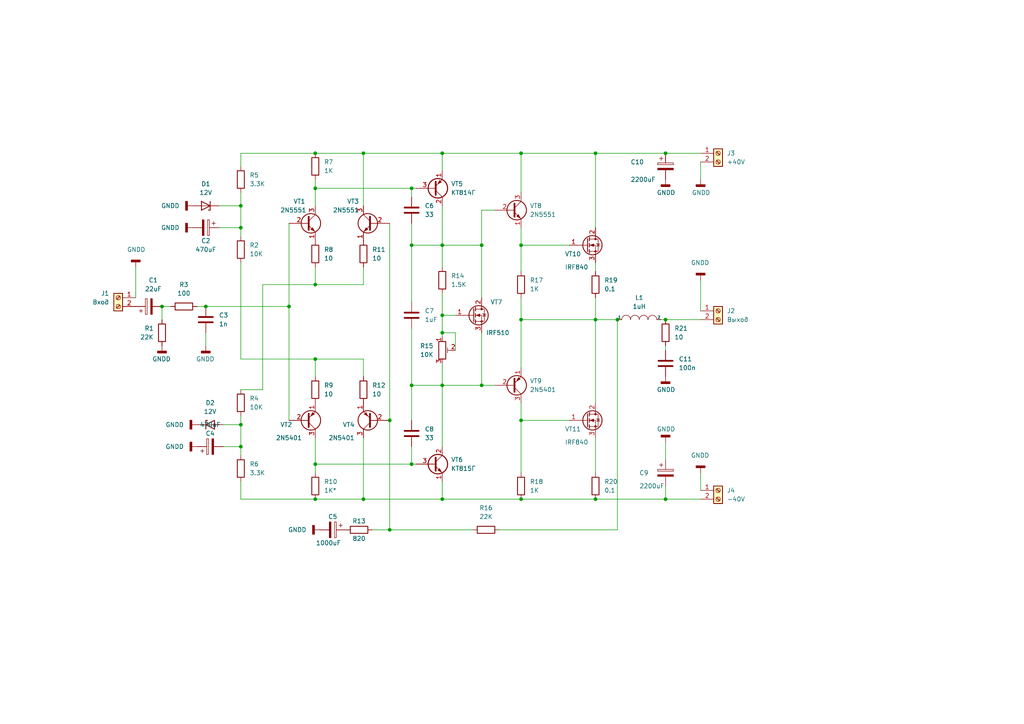
<source format=kicad_sch>
(kicad_sch (version 20211123) (generator eeschema)
  (paper "A4")
  (lib_symbols
    (symbol "Connector:Screw_Terminal_01x02" (pin_names (offset 1.016) hide)
      (property "Reference" "J" (at 0 2.54 0))
      (property "Value" "Screw_Terminal_01x02" (at 0 -5.08 0))
      (symbol "Screw_Terminal_01x02_1_1"
        (rectangle (start -1.27 1.27) (end 1.27 -3.81) (stroke (width 0.254)) (fill (type background)))
        (circle (center 0 -2.54) (radius 0.635) (stroke (width 0.1524)))
        (polyline (pts (xy -0.5334 -2.2098) (xy 0.3302 -3.048)) (stroke (width 0.1524)))
        (polyline (pts (xy -0.5334 0.3302) (xy 0.3302 -0.508)) (stroke (width 0.1524)))
        (polyline (pts (xy -0.3556 -2.032) (xy 0.508 -2.8702)) (stroke (width 0.1524)))
        (polyline (pts (xy -0.3556 0.508) (xy 0.508 -0.3302)) (stroke (width 0.1524)))
        (circle (center 0 0) (radius 0.635) (stroke (width 0.1524)))
        (pin passive line (at -5.08 0 0) (length 3.81) (name "Pin_1") (number "1"))
        (pin passive line (at -5.08 -2.54 0) (length 3.81) (name "Pin_2") (number "2"))
      )
    )
    (symbol "Device:C" (pin_numbers hide) (pin_names (offset 0.254))
      (property "Reference" "C" (at 0.635 2.54 0))
      (property "Value" "C" (at 0.635 -2.54 0))
      (symbol "C_0_1"
        (polyline (pts (xy -2.032 -0.762) (xy 2.032 -0.762)) (stroke (width 0.508)))
        (polyline (pts (xy -2.032 0.762) (xy 2.032 0.762)) (stroke (width 0.508)))
      )
      (symbol "C_1_1"
        (pin passive line (at 0 3.81 270) (length 2.794) (name "~") (number "1"))
        (pin passive line (at 0 -3.81 90) (length 2.794) (name "~") (number "2"))
      )
    )
    (symbol "Device:C_Polarized" (pin_numbers hide) (pin_names (offset 0.254))
      (property "Reference" "C" (at 0.635 2.54 0))
      (property "Value" "C_Polarized" (at 0.635 -2.54 0))
      (symbol "C_Polarized_0_1"
        (rectangle (start -2.286 0.508) (end 2.286 1.016))
        (polyline (pts (xy -1.778 2.286) (xy -0.762 2.286)))
        (polyline (pts (xy -1.27 2.794) (xy -1.27 1.778)))
        (rectangle (start 2.286 -0.508) (end -2.286 -1.016) (fill (type outline)))
      )
      (symbol "C_Polarized_1_1"
        (pin passive line (at 0 3.81 270) (length 2.794) (name "~") (number "1"))
        (pin passive line (at 0 -3.81 90) (length 2.794) (name "~") (number "2"))
      )
    )
    (symbol "Device:D_Zener" (pin_numbers hide) (pin_names (offset 1.016) hide)
      (property "Reference" "D" (at 0 2.54 0))
      (property "Value" "D_Zener" (at 0 -2.54 0))
      (symbol "D_Zener_0_1"
        (polyline (pts (xy 1.27 0) (xy -1.27 0)))
        (polyline (pts (xy -1.27 -1.27) (xy -1.27 1.27) (xy -0.762 1.27)) (stroke (width 0.254)))
        (polyline (pts (xy 1.27 -1.27) (xy 1.27 1.27) (xy -1.27 0) (xy 1.27 -1.27)) (stroke (width 0.254)))
      )
      (symbol "D_Zener_1_1"
        (pin passive line (at -3.81 0 0) (length 2.54) (name "K") (number "1"))
        (pin passive line (at 3.81 0 180) (length 2.54) (name "A") (number "2"))
      )
    )
    (symbol "Device:R" (pin_numbers hide) (pin_names (offset 0))
      (property "Reference" "R" (at 2.032 0 90))
      (property "Value" "R" (at 0 0 90))
      (symbol "R_0_1"
        (rectangle (start -1.016 -2.54) (end 1.016 2.54) (stroke (width 0.254)))
      )
      (symbol "R_1_1"
        (pin passive line (at 0 3.81 270) (length 1.27) (name "~") (number "1"))
        (pin passive line (at 0 -3.81 90) (length 1.27) (name "~") (number "2"))
      )
    )
    (symbol "Device:R_Potentiometer_Trim" (pin_names (offset 1.016) hide)
      (property "Reference" "RV" (at -4.445 0 90))
      (property "Value" "R_Potentiometer_Trim" (at -2.54 0 90))
      (symbol "R_Potentiometer_Trim_0_1"
        (polyline (pts (xy 1.524 0.762) (xy 1.524 -0.762)))
        (polyline (pts (xy 2.54 0) (xy 1.524 0)))
        (rectangle (start 1.016 2.54) (end -1.016 -2.54) (stroke (width 0.254)))
      )
      (symbol "R_Potentiometer_Trim_1_1"
        (pin passive line (at 0 3.81 270) (length 1.27) (name "1") (number "1"))
        (pin passive line (at 3.81 0 180) (length 1.27) (name "2") (number "2"))
        (pin passive line (at 0 -3.81 90) (length 1.27) (name "3") (number "3"))
      )
    )
    (symbol "IRF510-Amplifier-cache:IRF540N" (pin_names hide)
      (property "Reference" "Q" (at 6.35 1.905 0))
      (property "Value" "IRF540N" (at 6.35 0 0))
      (symbol "IRF540N_0_1"
        (polyline (pts (xy 0.254 0) (xy -2.54 0)))
        (polyline (pts (xy 0.254 1.905) (xy 0.254 -1.905)) (stroke (width 0.254)))
        (polyline (pts (xy 0.762 -1.27) (xy 0.762 -2.286)) (stroke (width 0.254)))
        (polyline (pts (xy 0.762 0.508) (xy 0.762 -0.508)) (stroke (width 0.254)))
        (polyline (pts (xy 0.762 2.286) (xy 0.762 1.27)) (stroke (width 0.254)))
        (polyline (pts (xy 2.54 2.54) (xy 2.54 1.778)))
        (polyline (pts (xy 2.54 -2.54) (xy 2.54 0) (xy 0.762 0)))
        (polyline (pts (xy 0.762 -1.778) (xy 3.302 -1.778) (xy 3.302 1.778) (xy 0.762 1.778)))
        (polyline (pts (xy 1.016 0) (xy 2.032 0.381) (xy 2.032 -0.381) (xy 1.016 0)) (fill (type outline)))
        (polyline (pts (xy 2.794 0.508) (xy 2.921 0.381) (xy 3.683 0.381) (xy 3.81 0.254)))
        (polyline (pts (xy 3.302 0.381) (xy 2.921 -0.254) (xy 3.683 -0.254) (xy 3.302 0.381)))
        (circle (center 1.651 0) (radius 2.794) (stroke (width 0.254)))
        (circle (center 2.54 -1.778) (radius 0.254) (fill (type outline)))
        (circle (center 2.54 1.778) (radius 0.254) (fill (type outline)))
      )
      (symbol "IRF540N_1_1"
        (pin input line (at -5.08 0 0) (length 2.54) (name "G") (number "1"))
        (pin passive line (at 2.54 5.08 270) (length 2.54) (name "D") (number "2"))
        (pin passive line (at 2.54 -5.08 90) (length 2.54) (name "S") (number "3"))
      )
    )
    (symbol "Transistor_BJT:2N3904" (pin_names (offset 0) hide)
      (property "Reference" "Q" (at 5.08 1.905 0))
      (property "Value" "2N3904" (at 5.08 0 0))
      (symbol "2N3904_0_1"
        (polyline (pts (xy 0.635 0.635) (xy 2.54 2.54)))
        (polyline (pts (xy 0.635 -0.635) (xy 2.54 -2.54) (xy 2.54 -2.54)))
        (polyline (pts (xy 0.635 1.905) (xy 0.635 -1.905) (xy 0.635 -1.905)) (stroke (width 0.508)))
        (polyline (pts (xy 1.27 -1.778) (xy 1.778 -1.27) (xy 2.286 -2.286) (xy 1.27 -1.778) (xy 1.27 -1.778)) (fill (type outline)))
        (circle (center 1.27 0) (radius 2.8194) (stroke (width 0.254)))
      )
      (symbol "2N3904_1_1"
        (pin passive line (at 2.54 -5.08 90) (length 2.54) (name "E") (number "1"))
        (pin passive line (at -5.08 0 0) (length 5.715) (name "B") (number "2"))
        (pin passive line (at 2.54 5.08 270) (length 2.54) (name "C") (number "3"))
      )
    )
    (symbol "Transistor_BJT:2N3905" (pin_names (offset 0) hide)
      (property "Reference" "Q" (at 5.08 1.905 0))
      (property "Value" "2N3905" (at 5.08 0 0))
      (symbol "2N3905_0_1"
        (polyline (pts (xy 0.635 0.635) (xy 2.54 2.54)))
        (polyline (pts (xy 0.635 -0.635) (xy 2.54 -2.54) (xy 2.54 -2.54)))
        (polyline (pts (xy 0.635 1.905) (xy 0.635 -1.905) (xy 0.635 -1.905)) (stroke (width 0.508)))
        (polyline (pts (xy 2.286 -1.778) (xy 1.778 -2.286) (xy 1.27 -1.27) (xy 2.286 -1.778) (xy 2.286 -1.778)) (fill (type outline)))
        (circle (center 1.27 0) (radius 2.8194) (stroke (width 0.254)))
      )
      (symbol "2N3905_1_1"
        (pin passive line (at 2.54 -5.08 90) (length 2.54) (name "E") (number "1"))
        (pin input line (at -5.08 0 0) (length 5.715) (name "B") (number "2"))
        (pin passive line (at 2.54 5.08 270) (length 2.54) (name "C") (number "3"))
      )
    )
    (symbol "Transistor_BJT:BD138" (pin_names (offset 0) hide)
      (property "Reference" "Q" (at 5.08 1.905 0))
      (property "Value" "BD138" (at 5.08 0 0))
      (symbol "BD138_0_1"
        (polyline (pts (xy 0 0) (xy 0.635 0)))
        (polyline (pts (xy 2.54 -2.54) (xy 0.635 -0.635)))
        (polyline (pts (xy 2.54 2.54) (xy 0.635 0.635)))
        (polyline (pts (xy 0.635 1.905) (xy 0.635 -1.905) (xy 0.635 -1.905)) (stroke (width 0.508)) (fill (type outline)))
        (polyline (pts (xy 1.778 -2.286) (xy 2.286 -1.778) (xy 1.27 -1.27) (xy 1.778 -2.286) (xy 1.778 -2.286)) (fill (type outline)))
        (circle (center 1.27 0) (radius 2.8194) (stroke (width 0.3048)))
      )
      (symbol "BD138_1_1"
        (pin passive line (at 2.54 -5.08 90) (length 2.54) (name "E") (number "1"))
        (pin passive line (at 2.54 5.08 270) (length 2.54) (name "C") (number "2"))
        (pin input line (at -5.08 0 0) (length 5.08) (name "B") (number "3"))
      )
    )
    (symbol "Transistor_BJT:BD139" (pin_names (offset 0) hide)
      (property "Reference" "Q" (at 5.08 1.905 0))
      (property "Value" "BD139" (at 5.08 0 0))
      (symbol "BD139_0_1"
        (polyline (pts (xy 0 0) (xy 0.635 0)))
        (polyline (pts (xy 2.54 -2.54) (xy 0.635 -0.635)))
        (polyline (pts (xy 2.54 2.54) (xy 0.635 0.635)))
        (polyline (pts (xy 0.635 1.905) (xy 0.635 -1.905) (xy 0.635 -1.905)) (stroke (width 0.508)) (fill (type outline)))
        (polyline (pts (xy 1.2446 -1.778) (xy 1.7526 -1.27) (xy 2.286 -2.286) (xy 1.2446 -1.778) (xy 1.2446 -1.778)) (fill (type outline)))
        (circle (center 1.27 0) (radius 2.8194) (stroke (width 0.3048)))
      )
      (symbol "BD139_1_1"
        (pin passive line (at 2.54 -5.08 90) (length 2.54) (name "E") (number "1"))
        (pin passive line (at 2.54 5.08 270) (length 2.54) (name "C") (number "2"))
        (pin input line (at -5.08 0 0) (length 5.08) (name "B") (number "3"))
      )
    )
    (symbol "power:GNDD" (power) (pin_names (offset 0))
      (property "Value" "GNDD" (at 0 -3.175 0))
      (symbol "GNDD_0_1"
        (rectangle (start -1.27 -1.524) (end 1.27 -2.032) (stroke (width 0.254)) (fill (type outline)))
        (polyline (pts (xy 0 0) (xy 0 -1.524)))
      )
      (symbol "GNDD_1_1"
        (pin power_in line (at 0 0 270) (length 0) hide (name "GNDD") (number "1"))
      )
    )
    (symbol "pspice:INDUCTOR" (pin_numbers hide) (pin_names (offset 0))
      (property "Reference" "L" (at 0 2.54 0))
      (property "Value" "INDUCTOR" (at 0 -1.27 0))
      (symbol "INDUCTOR_0_1"
        (arc (start -2.54 0) (mid -3.81 1.27) (end -5.08 0))
        (arc (start 0 0) (mid -1.27 1.27) (end -2.54 0))
        (arc (start 2.54 0) (mid 1.27 1.27) (end 0 0))
        (arc (start 5.08 0) (mid 3.81 1.27) (end 2.54 0))
      )
      (symbol "INDUCTOR_1_1"
        (pin input line (at -6.35 0 0) (length 1.27) (name "1") (number "1"))
        (pin input line (at 6.35 0 180) (length 1.27) (name "2") (number "2"))
      )
    )
  )
  (junction (at 59.69 88.9))
  (junction (at 128.27 44.45))
  (junction (at 193.04 92.71))
  (junction (at 151.13 92.71))
  (junction (at 128.27 91.44))
  (junction (at 172.72 44.45))
  (junction (at 91.44 104.14))
  (junction (at 91.44 134.62))
  (junction (at 151.13 44.45))
  (junction (at 119.38 71.12))
  (junction (at 91.44 144.78))
  (junction (at 105.41 144.78))
  (junction (at 91.44 54.61))
  (junction (at 128.27 111.76))
  (junction (at 139.7 111.76))
  (junction (at 179.07 92.71))
  (junction (at 46.99 88.9))
  (junction (at 139.7 71.12))
  (junction (at 151.13 144.78))
  (junction (at 69.85 123.19))
  (junction (at 69.85 129.54))
  (junction (at 193.04 144.78))
  (junction (at 128.27 71.12))
  (junction (at 119.38 111.76))
  (junction (at 172.72 144.78))
  (junction (at 91.44 44.45))
  (junction (at 91.44 82.55))
  (junction (at 83.82 88.9))
  (junction (at 69.85 59.69))
  (junction (at 128.27 144.78))
  (junction (at 119.38 54.61))
  (junction (at 151.13 71.12))
  (junction (at 193.04 44.45))
  (junction (at 172.72 92.71))
  (junction (at 151.13 121.92))
  (junction (at 105.41 44.45))
  (junction (at 113.03 153.67))
  (junction (at 113.03 121.92))
  (junction (at 69.85 66.04))
  (junction (at 128.27 96.52))
  (junction (at 119.38 134.62))
  (wire (pts (xy 128.27 91.44) (xy 128.27 96.52)))
  (wire (pts (xy 120.65 134.62) (xy 119.38 134.62)))
  (wire (pts (xy 119.38 71.12) (xy 128.27 71.12)))
  (wire (pts (xy 64.77 123.19) (xy 69.85 123.19)))
  (wire (pts (xy 128.27 49.53) (xy 128.27 44.45)))
  (wire (pts (xy 203.2 52.07) (xy 203.2 46.99)))
  (wire (pts (xy 172.72 66.04) (xy 172.72 44.45)))
  (wire (pts (xy 191.77 92.71) (xy 193.04 92.71)))
  (wire (pts (xy 193.04 100.33) (xy 193.04 101.6)))
  (wire (pts (xy 105.41 77.47) (xy 105.41 82.55)))
  (wire (pts (xy 119.38 111.76) (xy 128.27 111.76)))
  (wire (pts (xy 151.13 44.45) (xy 172.72 44.45)))
  (wire (pts (xy 151.13 92.71) (xy 151.13 106.68)))
  (wire (pts (xy 128.27 96.52) (xy 128.27 97.79)))
  (wire (pts (xy 113.03 121.92) (xy 113.03 153.67)))
  (wire (pts (xy 139.7 86.36) (xy 139.7 71.12)))
  (wire (pts (xy 69.85 66.04) (xy 69.85 68.58)))
  (wire (pts (xy 119.38 54.61) (xy 120.65 54.61)))
  (wire (pts (xy 59.69 100.33) (xy 59.69 96.52)))
  (wire (pts (xy 76.2 113.03) (xy 69.85 113.03)))
  (wire (pts (xy 69.85 139.7) (xy 69.85 144.78)))
  (wire (pts (xy 172.72 92.71) (xy 172.72 116.84)))
  (wire (pts (xy 91.44 54.61) (xy 119.38 54.61)))
  (wire (pts (xy 69.85 76.2) (xy 69.85 104.14)))
  (wire (pts (xy 151.13 144.78) (xy 172.72 144.78)))
  (wire (pts (xy 69.85 55.88) (xy 69.85 59.69)))
  (wire (pts (xy 63.5 66.04) (xy 69.85 66.04)))
  (wire (pts (xy 128.27 44.45) (xy 151.13 44.45)))
  (wire (pts (xy 119.38 54.61) (xy 119.38 57.15)))
  (wire (pts (xy 63.5 59.69) (xy 69.85 59.69)))
  (wire (pts (xy 91.44 144.78) (xy 105.41 144.78)))
  (wire (pts (xy 91.44 77.47) (xy 91.44 82.55)))
  (wire (pts (xy 179.07 153.67) (xy 179.07 92.71)))
  (wire (pts (xy 69.85 44.45) (xy 91.44 44.45)))
  (wire (pts (xy 91.44 104.14) (xy 69.85 104.14)))
  (wire (pts (xy 139.7 71.12) (xy 139.7 60.96)))
  (wire (pts (xy 39.37 77.47) (xy 39.37 86.36)))
  (wire (pts (xy 105.41 127) (xy 105.41 144.78)))
  (wire (pts (xy 105.41 144.78) (xy 128.27 144.78)))
  (wire (pts (xy 128.27 144.78) (xy 151.13 144.78)))
  (wire (pts (xy 119.38 111.76) (xy 119.38 121.92)))
  (wire (pts (xy 203.2 137.16) (xy 203.2 142.24)))
  (wire (pts (xy 69.85 120.65) (xy 69.85 123.19)))
  (wire (pts (xy 151.13 92.71) (xy 172.72 92.71)))
  (wire (pts (xy 91.44 104.14) (xy 91.44 109.22)))
  (wire (pts (xy 119.38 64.77) (xy 119.38 71.12)))
  (wire (pts (xy 193.04 44.45) (xy 203.2 44.45)))
  (wire (pts (xy 132.08 96.52) (xy 128.27 96.52)))
  (wire (pts (xy 144.78 153.67) (xy 179.07 153.67)))
  (wire (pts (xy 128.27 111.76) (xy 128.27 129.54)))
  (wire (pts (xy 91.44 52.07) (xy 91.44 54.61)))
  (wire (pts (xy 151.13 66.04) (xy 151.13 71.12)))
  (wire (pts (xy 139.7 96.52) (xy 139.7 111.76)))
  (wire (pts (xy 59.69 88.9) (xy 83.82 88.9)))
  (wire (pts (xy 172.72 44.45) (xy 193.04 44.45)))
  (wire (pts (xy 57.15 88.9) (xy 59.69 88.9)))
  (wire (pts (xy 139.7 60.96) (xy 143.51 60.96)))
  (wire (pts (xy 139.7 111.76) (xy 143.51 111.76)))
  (wire (pts (xy 91.44 127) (xy 91.44 134.62)))
  (wire (pts (xy 69.85 59.69) (xy 69.85 66.04)))
  (wire (pts (xy 151.13 116.84) (xy 151.13 121.92)))
  (wire (pts (xy 128.27 139.7) (xy 128.27 144.78)))
  (wire (pts (xy 128.27 91.44) (xy 132.08 91.44)))
  (wire (pts (xy 105.41 44.45) (xy 128.27 44.45)))
  (wire (pts (xy 128.27 105.41) (xy 128.27 111.76)))
  (wire (pts (xy 91.44 54.61) (xy 91.44 59.69)))
  (wire (pts (xy 76.2 82.55) (xy 76.2 113.03)))
  (wire (pts (xy 151.13 44.45) (xy 151.13 55.88)))
  (wire (pts (xy 105.41 104.14) (xy 91.44 104.14)))
  (wire (pts (xy 172.72 127) (xy 172.72 137.16)))
  (wire (pts (xy 151.13 86.36) (xy 151.13 92.71)))
  (wire (pts (xy 151.13 121.92) (xy 151.13 137.16)))
  (wire (pts (xy 49.53 88.9) (xy 46.99 88.9)))
  (wire (pts (xy 128.27 59.69) (xy 128.27 71.12)))
  (wire (pts (xy 193.04 144.78) (xy 203.2 144.78)))
  (wire (pts (xy 91.44 134.62) (xy 91.44 137.16)))
  (wire (pts (xy 172.72 86.36) (xy 172.72 92.71)))
  (wire (pts (xy 128.27 111.76) (xy 139.7 111.76)))
  (wire (pts (xy 69.85 144.78) (xy 91.44 144.78)))
  (wire (pts (xy 69.85 129.54) (xy 64.77 129.54)))
  (wire (pts (xy 172.72 92.71) (xy 179.07 92.71)))
  (wire (pts (xy 119.38 95.25) (xy 119.38 111.76)))
  (wire (pts (xy 113.03 153.67) (xy 137.16 153.67)))
  (wire (pts (xy 193.04 140.97) (xy 193.04 144.78)))
  (wire (pts (xy 83.82 88.9) (xy 83.82 121.92)))
  (wire (pts (xy 46.99 88.9) (xy 46.99 92.71)))
  (wire (pts (xy 151.13 121.92) (xy 165.1 121.92)))
  (wire (pts (xy 151.13 71.12) (xy 151.13 78.74)))
  (wire (pts (xy 91.44 82.55) (xy 76.2 82.55)))
  (wire (pts (xy 91.44 82.55) (xy 105.41 82.55)))
  (wire (pts (xy 132.08 101.6) (xy 132.08 96.52)))
  (wire (pts (xy 91.44 134.62) (xy 119.38 134.62)))
  (wire (pts (xy 69.85 48.26) (xy 69.85 44.45)))
  (wire (pts (xy 203.2 81.28) (xy 203.2 90.17)))
  (wire (pts (xy 128.27 85.09) (xy 128.27 91.44)))
  (wire (pts (xy 151.13 71.12) (xy 165.1 71.12)))
  (wire (pts (xy 193.04 128.27) (xy 193.04 133.35)))
  (wire (pts (xy 107.95 153.67) (xy 113.03 153.67)))
  (wire (pts (xy 91.44 44.45) (xy 105.41 44.45)))
  (wire (pts (xy 172.72 144.78) (xy 193.04 144.78)))
  (wire (pts (xy 193.04 92.71) (xy 203.2 92.71)))
  (wire (pts (xy 69.85 129.54) (xy 69.85 132.08)))
  (wire (pts (xy 119.38 71.12) (xy 119.38 87.63)))
  (wire (pts (xy 105.41 109.22) (xy 105.41 104.14)))
  (wire (pts (xy 105.41 44.45) (xy 105.41 59.69)))
  (wire (pts (xy 69.85 123.19) (xy 69.85 129.54)))
  (wire (pts (xy 113.03 64.77) (xy 113.03 121.92)))
  (wire (pts (xy 83.82 64.77) (xy 83.82 88.9)))
  (wire (pts (xy 119.38 129.54) (xy 119.38 134.62)))
  (wire (pts (xy 128.27 71.12) (xy 139.7 71.12)))
  (wire (pts (xy 172.72 76.2) (xy 172.72 78.74)))
  (wire (pts (xy 128.27 71.12) (xy 128.27 77.47)))
  (symbol (lib_id "Device:R") (at 105.41 73.66 0) (unit 1)
    (property "Reference" "R11" (at 107.95 72.3899 0) (effects (justify left)))
    (property "Value" "10" (at 107.95 74.9299 0) (effects (justify left)))
    (property "Footprint" "Resistor_THT:R_Axial_DIN0207_L6.3mm_D2.5mm_P10.16mm_Horizontal" (effects hide))
  )
  (symbol (lib_id "power:GNDD") (at 193.04 109.22 0) (unit 1)
    (property "Reference" "#PWR0114" (effects hide))
    (property "Value" "GNDD" (at 190.5 113.03 0) (effects (justify left)))
  )
  (symbol (lib_id "Transistor_BJT:2N3904") (at 148.59 60.96 0) (unit 1)
    (property "Reference" "VT8" (at 153.67 59.6899 0) (effects (justify left)))
    (property "Value" "2N5551" (at 153.67 62.2299 0) (effects (justify left)))
    (property "Footprint" "Package_TO_SOT_THT:TO-92_Wide" (effects hide))
    (property "Datasheet" "https://www.onsemi.com/pub/Collateral/2N3903-D.PDF" (effects hide))
  )
  (symbol (lib_id "Device:D_Zener") (at 60.96 123.19 0) (unit 1)
    (property "Reference" "D2" (at 60.96 116.84 0))
    (property "Value" "12V" (at 60.96 119.38 0))
    (property "Footprint" "Diode_THT:D_DO-41_SOD81_P7.62mm_Horizontal" (effects hide))
  )
  (symbol (lib_id "Device:D_Zener") (at 59.69 59.69 180) (unit 1)
    (property "Reference" "D1" (at 59.69 53.34 0))
    (property "Value" "12V" (at 59.69 55.88 0))
    (property "Footprint" "Diode_THT:D_DO-41_SOD81_P7.62mm_Horizontal" (effects hide))
  )
  (symbol (lib_id "power:GNDD") (at 55.88 59.69 270) (unit 1)
    (property "Reference" "#PWR0106" (effects hide))
    (property "Value" "GNDD" (at 52.07 59.6899 90) (effects (justify right)))
  )
  (symbol (lib_id "Connector:Screw_Terminal_01x02") (at 208.28 90.17 0) (unit 1)
    (property "Reference" "J2" (at 210.82 90.1699 0) (effects (justify left)))
    (property "Value" "Выход" (at 210.82 92.7099 0) (effects (justify left)))
    (property "Footprint" "TerminalBlock:TerminalBlock_bornier-2_P5.08mm" (effects hide))
  )
  (symbol (lib_id "Device:C_Polarized") (at 43.18 88.9 90) (unit 1)
    (property "Reference" "C1" (at 44.45 81.28 90))
    (property "Value" "22uF" (at 44.45 83.82 90))
    (property "Footprint" "Capacitor_THT:CP_Radial_D8.0mm_P5.00mm" (effects hide))
  )
  (symbol (lib_id "power:GNDD") (at 193.04 52.07 0) (unit 1)
    (property "Reference" "#PWR0101" (effects hide))
    (property "Value" "GNDD" (at 190.5 55.88 0) (effects (justify left)))
  )
  (symbol (lib_id "Device:R") (at 172.72 82.55 0) (unit 1)
    (property "Reference" "R19" (at 175.26 81.2799 0) (effects (justify left)))
    (property "Value" "0.1" (at 175.26 83.8199 0) (effects (justify left)))
    (property "Footprint" "Resistor_THT:R_Axial_Power_L25.0mm_W9.0mm_P27.94mm" (effects hide))
  )
  (symbol (lib_id "Device:R") (at 104.14 153.67 270) (unit 1)
    (property "Reference" "R13" (at 104.14 151.13 90))
    (property "Value" "820" (at 104.14 156.21 90))
    (property "Footprint" "Resistor_THT:R_Axial_DIN0207_L6.3mm_D2.5mm_P10.16mm_Horizontal" (effects hide))
  )
  (symbol (lib_id "power:GNDD") (at 92.71 153.67 270) (unit 1)
    (property "Reference" "#PWR0111" (effects hide))
    (property "Value" "GNDD" (at 88.9 153.6699 90) (effects (justify right)))
  )
  (symbol (lib_id "Device:C_Polarized") (at 193.04 137.16 0) (unit 1)
    (property "Reference" "C9" (at 185.42 137.16 0) (effects (justify left)))
    (property "Value" "2200uF" (at 185.42 140.97 0) (effects (justify left)))
    (property "Footprint" "Capacitor_THT:CP_Radial_D16.0mm_P7.50mm" (effects hide))
  )
  (symbol (lib_id "Device:R") (at 140.97 153.67 270) (unit 1)
    (property "Reference" "R16" (at 140.97 147.32 90))
    (property "Value" "22K" (at 140.97 149.86 90))
    (property "Footprint" "Resistor_THT:R_Axial_DIN0207_L6.3mm_D2.5mm_P10.16mm_Horizontal" (effects hide))
  )
  (symbol (lib_id "Device:R") (at 69.85 135.89 0) (unit 1)
    (property "Reference" "R6" (at 72.39 134.6199 0) (effects (justify left)))
    (property "Value" "3.3K" (at 72.39 137.1599 0) (effects (justify left)))
    (property "Footprint" "Resistor_THT:R_Axial_DIN0614_L14.3mm_D5.7mm_P15.24mm_Horizontal" (effects hide))
  )
  (symbol (lib_id "Device:R") (at 128.27 81.28 0) (unit 1)
    (property "Reference" "R14" (at 130.81 80.0099 0) (effects (justify left)))
    (property "Value" "1.5K" (at 130.81 82.5499 0) (effects (justify left)))
    (property "Footprint" "Resistor_THT:R_Axial_DIN0207_L6.3mm_D2.5mm_P10.16mm_Horizontal" (effects hide))
  )
  (symbol (lib_id "Transistor_BJT:BD138") (at 125.73 54.61 0) (mirror x) (unit 1)
    (property "Reference" "VT5" (at 130.81 53.3399 0) (effects (justify left)))
    (property "Value" "КТ814Г" (at 130.81 55.8799 0) (effects (justify left)))
    (property "Footprint" "Package_TO_SOT_THT:TO-126-3_Vertical" (effects hide))
    (property "Datasheet" "http://www.st.com/internet/com/TECHNICAL_RESOURCES/TECHNICAL_LITERATURE/DATASHEET/CD00001225.pdf" (effects hide))
  )
  (symbol (lib_id "power:GNDD") (at 193.04 128.27 180) (unit 1)
    (property "Reference" "#PWR0113" (effects hide))
    (property "Value" "GNDD" (at 190.5 124.46 0) (effects (justify right)))
  )
  (symbol (lib_id "Device:R") (at 151.13 82.55 0) (unit 1)
    (property "Reference" "R17" (at 153.67 81.2799 0) (effects (justify left)))
    (property "Value" "1K" (at 153.67 83.8199 0) (effects (justify left)))
    (property "Footprint" "Resistor_THT:R_Axial_DIN0207_L6.3mm_D2.5mm_P10.16mm_Horizontal" (effects hide))
  )
  (symbol (lib_id "Device:C_Polarized") (at 96.52 153.67 270) (unit 1)
    (property "Reference" "C5" (at 96.52 149.86 90))
    (property "Value" "1000uF" (at 95.25 157.48 90))
    (property "Footprint" "Capacitor_THT:CP_Radial_D13.0mm_P7.50mm" (effects hide))
  )
  (symbol (lib_id "Device:R") (at 91.44 48.26 0) (unit 1)
    (property "Reference" "R7" (at 93.98 46.9899 0) (effects (justify left)))
    (property "Value" "1K" (at 93.98 49.5299 0) (effects (justify left)))
    (property "Footprint" "Resistor_THT:R_Axial_DIN0207_L6.3mm_D2.5mm_P10.16mm_Horizontal" (effects hide))
  )
  (symbol (lib_id "Device:R") (at 105.41 113.03 0) (unit 1)
    (property "Reference" "R12" (at 107.95 111.7599 0) (effects (justify left)))
    (property "Value" "10" (at 107.95 114.2999 0) (effects (justify left)))
    (property "Footprint" "Resistor_THT:R_Axial_DIN0207_L6.3mm_D2.5mm_P10.16mm_Horizontal" (effects hide))
  )
  (symbol (lib_id "Device:C_Polarized") (at 59.69 66.04 270) (unit 1)
    (property "Reference" "C2" (at 59.69 69.85 90))
    (property "Value" "470uF" (at 59.69 72.39 90))
    (property "Footprint" "Capacitor_THT:CP_Radial_D10.0mm_P7.50mm" (effects hide))
  )
  (symbol (lib_id "Device:R") (at 151.13 140.97 0) (unit 1)
    (property "Reference" "R18" (at 153.67 139.6999 0) (effects (justify left)))
    (property "Value" "1K" (at 153.67 142.2399 0) (effects (justify left)))
    (property "Footprint" "Resistor_THT:R_Axial_DIN0207_L6.3mm_D2.5mm_P10.16mm_Horizontal" (effects hide))
  )
  (symbol (lib_id "Connector:Screw_Terminal_01x02") (at 208.28 142.24 0) (unit 1)
    (property "Reference" "J4" (at 210.82 142.2399 0) (effects (justify left)))
    (property "Value" "-40V" (at 210.82 144.7799 0) (effects (justify left)))
    (property "Footprint" "TerminalBlock:TerminalBlock_bornier-2_P5.08mm" (effects hide))
  )
  (symbol (lib_id "power:GNDD") (at 59.69 100.33 0) (unit 1)
    (property "Reference" "#PWR0104" (effects hide))
    (property "Value" "GNDD" (at 62.23 104.14 0) (effects (justify right)))
  )
  (symbol (lib_id "Device:R") (at 69.85 52.07 0) (unit 1)
    (property "Reference" "R5" (at 72.39 50.7999 0) (effects (justify left)))
    (property "Value" "3.3K" (at 72.39 53.3399 0) (effects (justify left)))
    (property "Footprint" "Resistor_THT:R_Axial_DIN0614_L14.3mm_D5.7mm_P15.24mm_Horizontal" (effects hide))
  )
  (symbol (lib_id "Transistor_BJT:2N3905") (at 107.95 121.92 180) (unit 1)
    (property "Reference" "VT4" (at 102.87 123.19 0) (effects (justify left)))
    (property "Value" "2N5401" (at 102.87 127 0) (effects (justify left)))
    (property "Footprint" "Package_TO_SOT_THT:TO-92_Wide" (effects hide))
    (property "Datasheet" "https://www.nteinc.com/specs/original/2N3905_06.pdf" (effects hide))
  )
  (symbol (lib_id "Transistor_BJT:2N3904") (at 107.95 64.77 0) (mirror y) (unit 1)
    (property "Reference" "VT3" (at 104.14 58.42 0) (effects (justify left)))
    (property "Value" "2N5551" (at 104.14 60.96 0) (effects (justify left)))
    (property "Footprint" "Package_TO_SOT_THT:TO-92_Wide" (effects hide))
    (property "Datasheet" "https://www.onsemi.com/pub/Collateral/2N3903-D.PDF" (effects hide))
  )
  (symbol (lib_id "Device:R_Potentiometer_Trim") (at 128.27 101.6 0) (unit 1)
    (property "Reference" "R15" (at 125.73 100.3299 0) (effects (justify right)))
    (property "Value" "10K" (at 125.73 102.8699 0) (effects (justify right)))
    (property "Footprint" "Potentiometer_THT:Potentiometer_Bourns_3296W_Vertical" (effects hide))
  )
  (symbol (lib_id "Device:C") (at 59.69 92.71 0) (unit 1)
    (property "Reference" "C3" (at 63.5 91.4399 0) (effects (justify left)))
    (property "Value" "1n" (at 63.5 93.9799 0) (effects (justify left)))
    (property "Footprint" "Capacitor_THT:C_Rect_L9.0mm_W3.3mm_P7.50mm_MKT" (effects hide))
  )
  (symbol (lib_id "power:GNDD") (at 203.2 52.07 0) (unit 1)
    (property "Reference" "#PWR0102" (effects hide))
    (property "Value" "GNDD" (at 200.66 55.88 0) (effects (justify left)))
  )
  (symbol (lib_id "IRF510-Amplifier-cache:IRF540N") (at 170.18 121.92 0) (unit 1)
    (property "Reference" "VT11" (at 163.83 124.46 0) (effects (justify left)))
    (property "Value" "IRF840" (at 163.83 128.27 0) (effects (justify left)))
    (property "Footprint" "Package_TO_SOT_THT:TO-220-3_Vertical" (effects hide))
  )
  (symbol (lib_id "Device:R") (at 53.34 88.9 270) (unit 1)
    (property "Reference" "R3" (at 53.34 82.55 90))
    (property "Value" "100" (at 53.34 85.09 90))
    (property "Footprint" "Resistor_THT:R_Axial_DIN0207_L6.3mm_D2.5mm_P10.16mm_Horizontal" (effects hide))
  )
  (symbol (lib_id "power:GNDD") (at 57.15 129.54 270) (unit 1)
    (property "Reference" "#PWR0110" (effects hide))
    (property "Value" "GNDD" (at 53.34 129.5399 90) (effects (justify right)))
  )
  (symbol (lib_id "Transistor_BJT:2N3905") (at 88.9 121.92 0) (mirror x) (unit 1)
    (property "Reference" "VT2" (at 81.28 123.19 0) (effects (justify left)))
    (property "Value" "2N5401" (at 80.01 127 0) (effects (justify left)))
    (property "Footprint" "Package_TO_SOT_THT:TO-92_Wide" (effects hide))
    (property "Datasheet" "https://www.nteinc.com/specs/original/2N3905_06.pdf" (effects hide))
  )
  (symbol (lib_id "power:GNDD") (at 203.2 81.28 0) (mirror x) (unit 1)
    (property "Reference" "#PWR0103" (effects hide))
    (property "Value" "GNDD" (at 205.74 76.2 0) (effects (justify right)))
  )
  (symbol (lib_id "Device:C") (at 119.38 60.96 0) (unit 1)
    (property "Reference" "C6" (at 123.19 59.6899 0) (effects (justify left)))
    (property "Value" "33" (at 123.19 62.2299 0) (effects (justify left)))
    (property "Footprint" "Capacitor_THT:C_Rect_L9.0mm_W3.3mm_P7.50mm_MKT" (effects hide))
  )
  (symbol (lib_id "Device:C") (at 119.38 91.44 0) (unit 1)
    (property "Reference" "C7" (at 123.19 90.1699 0) (effects (justify left)))
    (property "Value" "1uF" (at 123.19 92.7099 0) (effects (justify left)))
    (property "Footprint" "Capacitor_THT:C_Rect_L9.0mm_W3.3mm_P7.50mm_MKT" (effects hide))
  )
  (symbol (lib_id "Device:C") (at 193.04 105.41 0) (unit 1)
    (property "Reference" "C11" (at 196.85 104.14 0) (effects (justify left)))
    (property "Value" "100n" (at 196.85 106.68 0) (effects (justify left)))
    (property "Footprint" "Capacitor_THT:C_Rect_L9.0mm_W3.3mm_P7.50mm_MKT" (effects hide))
  )
  (symbol (lib_id "Device:R") (at 91.44 113.03 0) (unit 1)
    (property "Reference" "R9" (at 93.98 111.7599 0) (effects (justify left)))
    (property "Value" "10" (at 93.98 114.2999 0) (effects (justify left)))
    (property "Footprint" "Resistor_THT:R_Axial_DIN0207_L6.3mm_D2.5mm_P10.16mm_Horizontal" (effects hide))
  )
  (symbol (lib_id "pspice:INDUCTOR") (at 185.42 92.71 0) (unit 1)
    (property "Reference" "L1" (at 185.42 86.36 0))
    (property "Value" "1uH" (at 185.42 88.9 0))
    (property "Footprint" "Inductor_THT:L_Axial_L16.0mm_D6.3mm_P25.40mm_Horizontal_Fastron_VHBCC" (effects hide))
  )
  (symbol (lib_id "IRF510-Amplifier-cache:IRF540N") (at 170.18 71.12 0) (unit 1)
    (property "Reference" "VT10" (at 163.83 73.66 0) (effects (justify left)))
    (property "Value" "IRF840" (at 163.83 77.47 0) (effects (justify left)))
    (property "Footprint" "Package_TO_SOT_THT:TO-220-3_Vertical" (effects hide))
  )
  (symbol (lib_id "Device:R") (at 46.99 96.52 0) (unit 1)
    (property "Reference" "R1" (at 41.91 95.2499 0) (effects (justify left)))
    (property "Value" "22K" (at 40.64 97.79 0) (effects (justify left)))
    (property "Footprint" "Resistor_THT:R_Axial_DIN0207_L6.3mm_D2.5mm_P10.16mm_Horizontal" (effects hide))
  )
  (symbol (lib_id "Device:C_Polarized") (at 193.04 48.26 0) (unit 1)
    (property "Reference" "C10" (at 182.88 46.99 0) (effects (justify left)))
    (property "Value" "2200uF" (at 182.88 52.07 0) (effects (justify left)))
    (property "Footprint" "Capacitor_THT:CP_Radial_D16.0mm_P7.50mm" (effects hide))
  )
  (symbol (lib_id "Transistor_BJT:2N3904") (at 88.9 64.77 0) (unit 1)
    (property "Reference" "VT1" (at 85.09 58.42 0) (effects (justify left)))
    (property "Value" "2N5551" (at 81.28 60.96 0) (effects (justify left)))
    (property "Footprint" "Package_TO_SOT_THT:TO-92_Wide" (effects hide))
    (property "Datasheet" "https://www.onsemi.com/pub/Collateral/2N3903-D.PDF" (effects hide))
  )
  (symbol (lib_id "Device:R") (at 172.72 140.97 0) (unit 1)
    (property "Reference" "R20" (at 175.26 139.6999 0) (effects (justify left)))
    (property "Value" "0.1" (at 175.26 142.2399 0) (effects (justify left)))
    (property "Footprint" "Resistor_THT:R_Axial_Power_L25.0mm_W9.0mm_P27.94mm" (effects hide))
  )
  (symbol (lib_id "Device:R") (at 69.85 72.39 0) (unit 1)
    (property "Reference" "R2" (at 72.39 71.1199 0) (effects (justify left)))
    (property "Value" "10K" (at 72.39 73.6599 0) (effects (justify left)))
    (property "Footprint" "Resistor_THT:R_Axial_DIN0207_L6.3mm_D2.5mm_P10.16mm_Horizontal" (effects hide))
  )
  (symbol (lib_id "power:GNDD") (at 46.99 100.33 0) (unit 1)
    (property "Reference" "#PWR0107" (effects hide))
    (property "Value" "GNDD" (at 49.53 104.14 0) (effects (justify right)))
  )
  (symbol (lib_id "Device:C_Polarized") (at 60.96 129.54 90) (unit 1)
    (property "Reference" "C4" (at 60.96 125.73 90))
    (property "Value" "470uF" (at 60.96 123.19 90))
    (property "Footprint" "Capacitor_THT:CP_Radial_D10.0mm_P7.50mm" (effects hide))
  )
  (symbol (lib_id "power:GNDD") (at 203.2 137.16 0) (mirror x) (unit 1)
    (property "Reference" "#PWR0112" (effects hide))
    (property "Value" "GNDD" (at 205.74 132.08 0) (effects (justify right)))
  )
  (symbol (lib_id "power:GNDD") (at 55.88 66.04 270) (unit 1)
    (property "Reference" "#PWR0105" (effects hide))
    (property "Value" "GNDD" (at 52.07 66.0399 90) (effects (justify right)))
  )
  (symbol (lib_id "Transistor_BJT:2N3905") (at 148.59 111.76 0) (mirror x) (unit 1)
    (property "Reference" "VT9" (at 153.67 110.4899 0) (effects (justify left)))
    (property "Value" "2N5401" (at 153.67 113.0299 0) (effects (justify left)))
    (property "Footprint" "Package_TO_SOT_THT:TO-92_Wide" (effects hide))
    (property "Datasheet" "https://www.nteinc.com/specs/original/2N3905_06.pdf" (effects hide))
  )
  (symbol (lib_id "Device:R") (at 193.04 96.52 0) (unit 1)
    (property "Reference" "R21" (at 195.58 95.2499 0) (effects (justify left)))
    (property "Value" "10" (at 195.58 97.7899 0) (effects (justify left)))
    (property "Footprint" "Resistor_THT:R_Axial_DIN0207_L6.3mm_D2.5mm_P10.16mm_Horizontal" (effects hide))
  )
  (symbol (lib_id "power:GNDD") (at 57.15 123.19 270) (unit 1)
    (property "Reference" "#PWR0109" (effects hide))
    (property "Value" "GNDD" (at 53.34 123.1899 90) (effects (justify right)))
  )
  (symbol (lib_id "Connector:Screw_Terminal_01x02") (at 208.28 44.45 0) (unit 1)
    (property "Reference" "J3" (at 210.82 44.4499 0) (effects (justify left)))
    (property "Value" "+40V" (at 210.82 46.9899 0) (effects (justify left)))
    (property "Footprint" "TerminalBlock:TerminalBlock_bornier-2_P5.08mm" (effects hide))
  )
  (symbol (lib_id "Device:C") (at 119.38 125.73 0) (unit 1)
    (property "Reference" "C8" (at 123.19 124.4599 0) (effects (justify left)))
    (property "Value" "33" (at 123.19 126.9999 0) (effects (justify left)))
    (property "Footprint" "Capacitor_THT:C_Rect_L9.0mm_W3.3mm_P7.50mm_MKT" (effects hide))
  )
  (symbol (lib_id "Device:R") (at 69.85 116.84 0) (unit 1)
    (property "Reference" "R4" (at 72.39 115.5699 0) (effects (justify left)))
    (property "Value" "10K" (at 72.39 118.1099 0) (effects (justify left)))
    (property "Footprint" "Resistor_THT:R_Axial_DIN0207_L6.3mm_D2.5mm_P10.16mm_Horizontal" (effects hide))
  )
  (symbol (lib_id "IRF510-Amplifier-cache:IRF540N") (at 137.16 91.44 0) (unit 1)
    (property "Reference" "VT7" (at 142.24 87.63 0) (effects (justify left)))
    (property "Value" "IRF510" (at 140.97 96.52 0) (effects (justify left)))
    (property "Footprint" "Package_TO_SOT_THT:TO-220-3_Vertical" (effects hide))
  )
  (symbol (lib_id "power:GNDD") (at 39.37 77.47 180) (unit 1)
    (property "Reference" "#PWR0108" (effects hide))
    (property "Value" "GNDD" (at 36.83 72.39 0) (effects (justify right)))
  )
  (symbol (lib_id "Device:R") (at 91.44 140.97 0) (unit 1)
    (property "Reference" "R10" (at 93.98 139.6999 0) (effects (justify left)))
    (property "Value" "1K*" (at 93.98 142.2399 0) (effects (justify left)))
    (property "Footprint" "Resistor_THT:R_Axial_DIN0207_L6.3mm_D2.5mm_P10.16mm_Horizontal" (effects hide))
  )
  (symbol (lib_id "Transistor_BJT:BD139") (at 125.73 134.62 0) (unit 1)
    (property "Reference" "VT6" (at 130.81 133.3499 0) (effects (justify left)))
    (property "Value" "КТ815Г" (at 130.81 135.8899 0) (effects (justify left)))
    (property "Footprint" "Package_TO_SOT_THT:TO-126-3_Vertical" (effects hide))
    (property "Datasheet" "http://www.st.com/internet/com/TECHNICAL_RESOURCES/TECHNICAL_LITERATURE/DATASHEET/CD00001225.pdf" (effects hide))
  )
  (symbol (lib_id "Device:R") (at 91.44 73.66 0) (unit 1)
    (property "Reference" "R8" (at 93.98 72.3899 0) (effects (justify left)))
    (property "Value" "10" (at 93.98 74.9299 0) (effects (justify left)))
    (property "Footprint" "Resistor_THT:R_Axial_DIN0207_L6.3mm_D2.5mm_P10.16mm_Horizontal" (effects hide))
  )
  (symbol (lib_id "Connector:Screw_Terminal_01x02") (at 34.29 86.36 0) (mirror y) (unit 1)
    (property "Reference" "J1" (at 30.48 85.09 0))
    (property "Value" "Вход" (at 29.21 87.63 0))
    (property "Footprint" "TerminalBlock:TerminalBlock_bornier-2_P5.08mm" (effects hide))
  )
)
</source>
